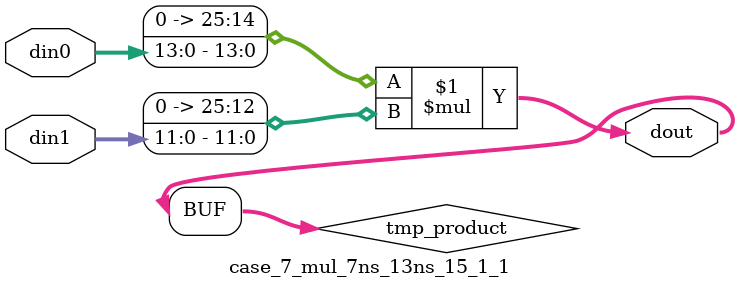
<source format=v>

`timescale 1 ns / 1 ps

 (* use_dsp = "no" *)  module case_7_mul_7ns_13ns_15_1_1(din0, din1, dout);
parameter ID = 1;
parameter NUM_STAGE = 0;
parameter din0_WIDTH = 14;
parameter din1_WIDTH = 12;
parameter dout_WIDTH = 26;

input [din0_WIDTH - 1 : 0] din0; 
input [din1_WIDTH - 1 : 0] din1; 
output [dout_WIDTH - 1 : 0] dout;

wire signed [dout_WIDTH - 1 : 0] tmp_product;
























assign tmp_product = $signed({1'b0, din0}) * $signed({1'b0, din1});











assign dout = tmp_product;





















endmodule

</source>
